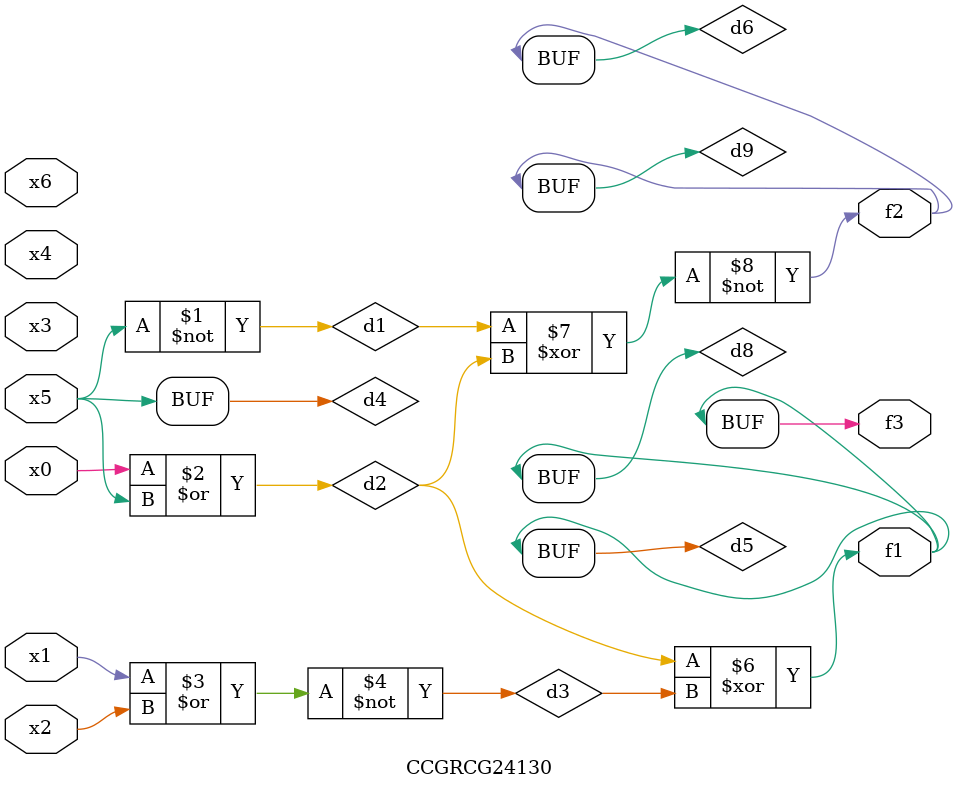
<source format=v>
module CCGRCG24130(
	input x0, x1, x2, x3, x4, x5, x6,
	output f1, f2, f3
);

	wire d1, d2, d3, d4, d5, d6, d7, d8, d9;

	nand (d1, x5);
	or (d2, x0, x5);
	nor (d3, x1, x2);
	xnor (d4, d1);
	xor (d5, d2, d3);
	xnor (d6, d1, d2);
	not (d7, x4);
	buf (d8, d5);
	xor (d9, d6);
	assign f1 = d8;
	assign f2 = d9;
	assign f3 = d8;
endmodule

</source>
